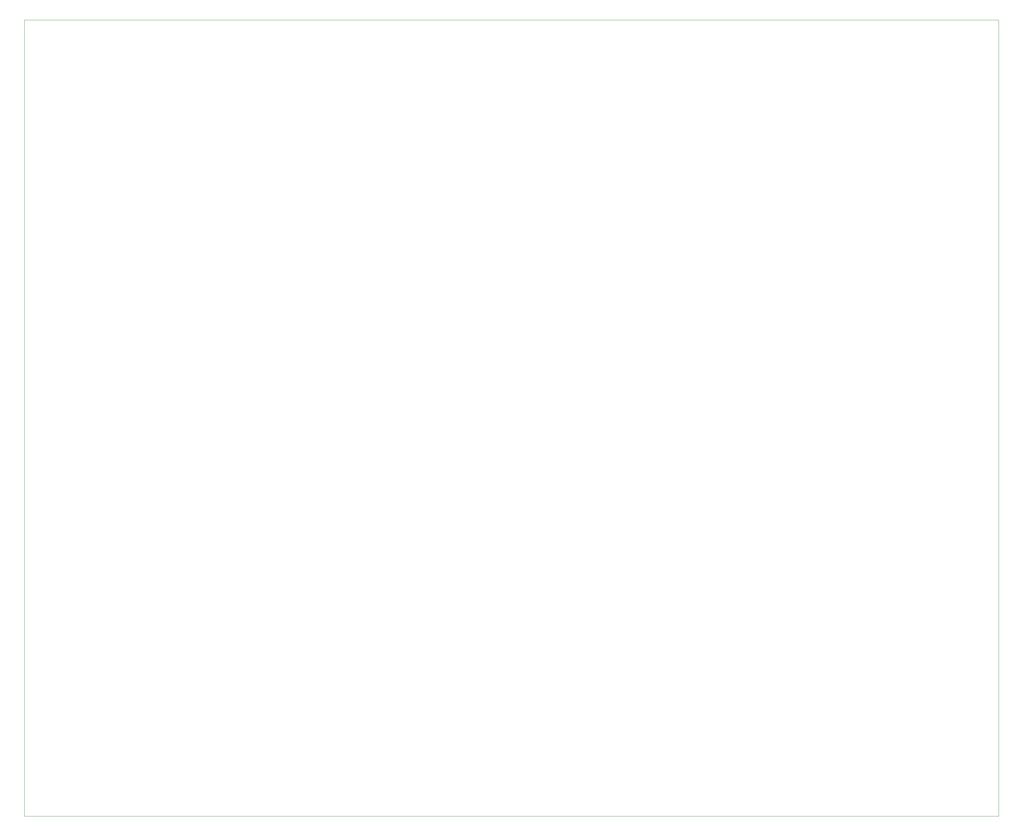
<source format=gm1>
G04 #@! TF.GenerationSoftware,KiCad,Pcbnew,8.0.6*
G04 #@! TF.CreationDate,2025-08-21T09:53:28+02:00*
G04 #@! TF.ProjectId,OpAmpDevBoardProject,4f70416d-7044-4657-9642-6f6172645072,rev?*
G04 #@! TF.SameCoordinates,Original*
G04 #@! TF.FileFunction,Profile,NP*
%FSLAX46Y46*%
G04 Gerber Fmt 4.6, Leading zero omitted, Abs format (unit mm)*
G04 Created by KiCad (PCBNEW 8.0.6) date 2025-08-21 09:53:28*
%MOMM*%
%LPD*%
G01*
G04 APERTURE LIST*
G04 #@! TA.AperFunction,Profile*
%ADD10C,0.050000*%
G04 #@! TD*
G04 APERTURE END LIST*
D10*
X44000000Y-45000000D02*
X301000000Y-45000000D01*
X301000000Y-255000000D01*
X44000000Y-255000000D01*
X44000000Y-45000000D01*
M02*

</source>
